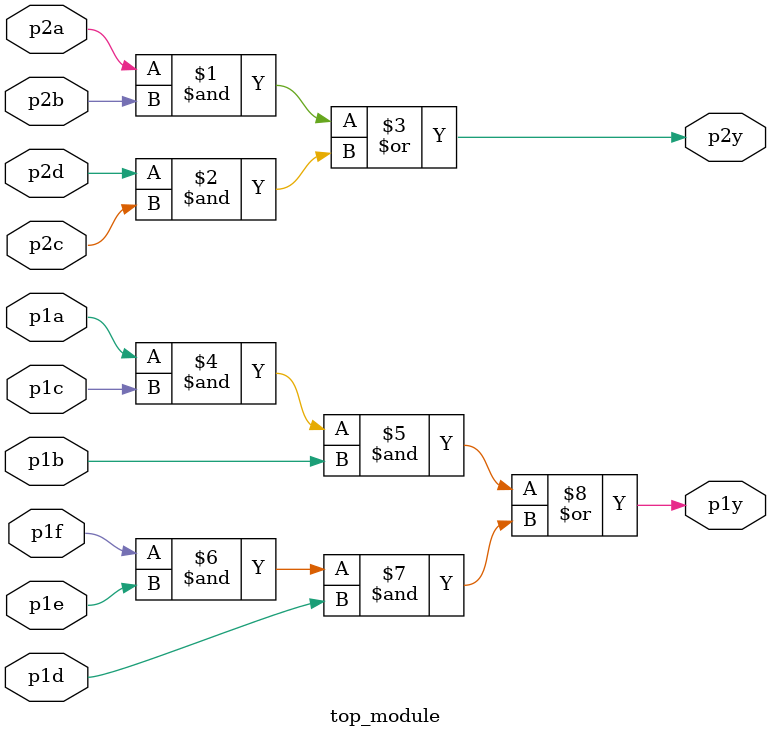
<source format=v>
module top_module ( 
    input p1a, p1b, p1c, p1d, p1e, p1f,
    output p1y,
    input p2a, p2b, p2c, p2d,
    output p2y );
    
    assign p2y =((p2a&p2b)|(p2d&p2c));
    assign p1y =((p1a&p1c&p1b)|(p1f&p1e&p1d));


endmodule

</source>
